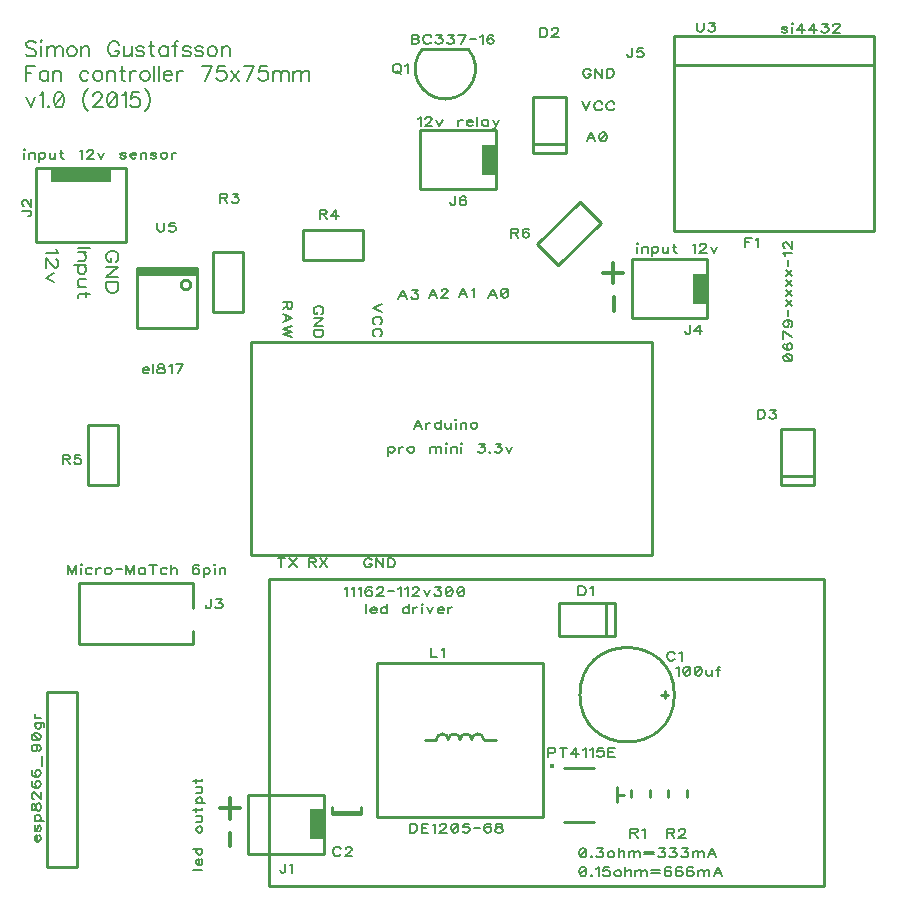
<source format=gto>
G04 DipTrace 2.4.0.2*
%INTopSilk.gto*%
%MOMM*%
%ADD10C,0.25*%
%ADD34C,0.391*%
%ADD75C,0.152*%
%ADD76C,0.196*%
%ADD77C,0.314*%
%ADD78C,0.157*%
%FSLAX53Y53*%
G04*
G71*
G90*
G75*
G01*
%LNTopSilk*%
%LPD*%
X58360Y27280D2*
D10*
G02X58360Y27280I4000J0D01*
G01*
X65560Y27580D2*
Y26980D1*
X65860Y27280D2*
X65260D1*
X39850Y17390D2*
X37350D1*
X39850Y17201D2*
X37350D1*
X39850D2*
Y17799D1*
X37350Y17201D2*
Y17799D1*
X61305Y35030D2*
Y32230D1*
X61254D2*
X56551D1*
X60547Y35030D2*
Y32230D1*
X56551Y35030D2*
Y32230D1*
X61254Y35030D2*
X56551D1*
X57155Y73165D2*
X54355D1*
Y73216D2*
Y77919D1*
X57155Y73923D2*
X54355D1*
X57155Y77919D2*
X54355D1*
X57155Y73216D2*
Y77919D1*
X78210Y45007D2*
X75410D1*
Y45058D2*
Y49762D1*
X78210Y45765D2*
X75410D1*
X78210Y49762D2*
X75410D1*
X78210Y45058D2*
Y49762D1*
X36700Y18830D2*
Y13830D1*
X30300D1*
X36700Y18830D2*
X30300D1*
Y13830D1*
G36*
X36775Y17600D2*
X35505D1*
Y15060D1*
X36775D1*
Y17600D1*
G37*
X12326Y71904D2*
D10*
X19926D1*
Y65604D1*
X12326D1*
Y71904D1*
G36*
X13586Y71979D2*
X18665D1*
Y70708D1*
X13586D1*
Y71979D1*
G37*
X25630Y34665D2*
D10*
Y36765D1*
X15930Y31565D2*
Y36765D1*
Y31565D2*
X25630D1*
Y36765D2*
X15930D1*
X25630Y31565D2*
Y32665D1*
X69140Y64161D2*
Y59161D1*
X62740D1*
X69140Y64161D2*
X62740D1*
Y59161D1*
G36*
X69215Y62931D2*
X67945D1*
Y60391D1*
X69215D1*
Y62931D1*
G37*
X51235Y75083D2*
D10*
Y70083D1*
X44835D1*
X51235Y75083D2*
X44835D1*
Y70083D1*
G36*
X51310Y73853D2*
X50040D1*
Y71313D1*
X51310D1*
Y73853D1*
G37*
X55215Y16970D2*
D10*
X41215D1*
Y29970D1*
X55215D1*
Y16970D1*
X50214Y23470D2*
G03X49215Y23470I-500J1D01*
G01*
G03X48215Y23470I-500J1D01*
G01*
G03X47215Y23470I-500J1D01*
G01*
G03X46216Y23470I-500J1D01*
G01*
X45215D1*
X50214D2*
X51215D1*
X48886Y81970D2*
G02X45044Y81970I-1921J-1691D01*
G01*
X48886D1*
X62676Y19194D2*
Y18596D1*
X64274Y19194D2*
Y18596D1*
X65851Y19194D2*
Y18596D1*
X67449Y19194D2*
Y18596D1*
X27280Y59670D2*
Y64740D1*
X29820D2*
X27280D1*
X29820Y59670D2*
Y64740D1*
Y59670D2*
X27280D1*
X34905Y66650D2*
X39975D1*
Y64110D2*
Y66650D1*
X34905Y64110D2*
X39975D1*
X34905D2*
Y66650D1*
X19283Y50135D2*
Y45065D1*
X16743D2*
X19283D1*
X16743Y50135D2*
Y45065D1*
Y50135D2*
X19283D1*
X60133Y67227D2*
X56547Y63641D1*
X54751Y65437D2*
X56547Y63641D1*
X58337Y69023D2*
X54751Y65437D1*
X58337Y69023D2*
X60133Y67227D1*
X57041Y21045D2*
X59539D1*
X61465Y19430D2*
Y18160D1*
Y18795D2*
X62100D1*
X59539Y16545D2*
X57041D1*
D34*
X56001Y21276D3*
X32000Y37100D2*
D10*
X79000D1*
Y11100D1*
X32000D1*
Y37100D1*
X83298Y83060D2*
Y80563D1*
Y66560D2*
X66300D1*
Y80563D2*
Y83060D1*
X83298D1*
Y80563D2*
X66300D1*
X83298D2*
Y66560D1*
X66300Y80563D2*
Y66560D1*
X64500Y39135D2*
X30500D1*
Y57135D1*
X64500D1*
Y39135D1*
X25910Y63375D2*
X20830D1*
Y58295D1*
X25910D1*
Y63375D1*
G36*
D2*
X20830D1*
Y62740D1*
X25910D1*
Y63375D1*
G37*
X24570Y62018D2*
D10*
X24571Y62046D1*
X24574Y62073D1*
X24579Y62101D1*
X24585Y62128D1*
X24594Y62154D1*
X24604Y62180D1*
X24617Y62205D1*
X24631Y62230D1*
X24646Y62253D1*
X24663Y62275D1*
X24682Y62295D1*
X24702Y62315D1*
X24724Y62333D1*
X24746Y62349D1*
X24770Y62364D1*
X24795Y62377D1*
X24820Y62388D1*
X24846Y62398D1*
X24873Y62406D1*
X24900Y62411D1*
X24928Y62415D1*
X24956Y62417D1*
X24984D1*
X25012Y62415D1*
X25039Y62411D1*
X25067Y62406D1*
X25094Y62398D1*
X25120Y62388D1*
X25145Y62377D1*
X25170Y62364D1*
X25194Y62349D1*
X25216Y62333D1*
X25238Y62315D1*
X25258Y62295D1*
X25276Y62275D1*
X25294Y62253D1*
X25309Y62230D1*
X25323Y62205D1*
X25335Y62180D1*
X25346Y62154D1*
X25354Y62128D1*
X25361Y62101D1*
X25366Y62073D1*
X25369Y62046D1*
X25370Y62018D1*
X25369Y61990D1*
X25366Y61962D1*
X25361Y61935D1*
X25354Y61908D1*
X25346Y61881D1*
X25335Y61855D1*
X25323Y61830D1*
X25309Y61806D1*
X25294Y61783D1*
X25276Y61761D1*
X25258Y61740D1*
X25238Y61721D1*
X25216Y61703D1*
X25194Y61686D1*
X25170Y61671D1*
X25145Y61658D1*
X25120Y61647D1*
X25094Y61637D1*
X25067Y61630D1*
X25039Y61624D1*
X25012Y61620D1*
X24984Y61618D1*
X24956D1*
X24928Y61620D1*
X24900Y61624D1*
X24873Y61630D1*
X24846Y61637D1*
X24820Y61647D1*
X24795Y61658D1*
X24770Y61671D1*
X24746Y61686D1*
X24724Y61703D1*
X24702Y61721D1*
X24682Y61740D1*
X24663Y61761D1*
X24646Y61783D1*
X24631Y61806D1*
X24617Y61830D1*
X24604Y61855D1*
X24594Y61881D1*
X24585Y61908D1*
X24579Y61935D1*
X24574Y61962D1*
X24571Y61990D1*
X24570Y62018D1*
X15822Y27541D2*
X13282D1*
Y12721D1*
X15822D1*
Y27541D1*
X66411Y30749D2*
D75*
X66368Y30821D1*
X66280Y30895D1*
X66193Y30931D1*
X66018D1*
X65930Y30895D1*
X65843Y30821D1*
X65799Y30749D1*
X65755Y30639D1*
Y30457D1*
X65799Y30348D1*
X65843Y30275D1*
X65930Y30202D1*
X66018Y30165D1*
X66193D1*
X66280Y30202D1*
X66368Y30275D1*
X66411Y30348D1*
X66776Y30784D2*
X66864Y30821D1*
X66995Y30930D1*
Y30165D1*
X66525Y29525D2*
X66613Y29562D1*
X66745Y29671D1*
Y28906D1*
X67372Y29671D2*
X67241Y29635D1*
X67153Y29525D1*
X67109Y29343D1*
Y29234D1*
X67153Y29052D1*
X67241Y28942D1*
X67372Y28906D1*
X67459D1*
X67591Y28942D1*
X67677Y29052D1*
X67722Y29234D1*
Y29343D1*
X67677Y29525D1*
X67591Y29635D1*
X67459Y29671D1*
X67372D1*
X67677Y29525D2*
X67153Y29052D1*
X68350Y29671D2*
X68218Y29635D1*
X68130Y29525D1*
X68087Y29343D1*
Y29234D1*
X68130Y29052D1*
X68218Y28942D1*
X68350Y28906D1*
X68436D1*
X68568Y28942D1*
X68655Y29052D1*
X68699Y29234D1*
Y29343D1*
X68655Y29525D1*
X68568Y29635D1*
X68436Y29671D1*
X68350D1*
X68655Y29525D2*
X68130Y29052D1*
X69064Y29417D2*
Y29052D1*
X69108Y28943D1*
X69195Y28906D1*
X69327D1*
X69414Y28943D1*
X69545Y29052D1*
Y29417D2*
Y28906D1*
X70260Y29672D2*
X70173D1*
X70085Y29636D1*
X70041Y29526D1*
Y28906D1*
X69910Y29417D2*
X70216D1*
X38122Y14214D2*
X38078Y14286D1*
X37990Y14359D1*
X37904Y14396D1*
X37729D1*
X37641Y14359D1*
X37554Y14286D1*
X37509Y14214D1*
X37466Y14104D1*
Y13921D1*
X37509Y13813D1*
X37554Y13739D1*
X37641Y13667D1*
X37729Y13630D1*
X37904D1*
X37990Y13667D1*
X38078Y13739D1*
X38122Y13813D1*
X38531Y14213D2*
Y14249D1*
X38575Y14322D1*
X38618Y14359D1*
X38706Y14395D1*
X38881D1*
X38968Y14359D1*
X39011Y14322D1*
X39056Y14249D1*
Y14177D1*
X39011Y14103D1*
X38924Y13995D1*
X38487Y13630D1*
X39099D1*
X58235Y36469D2*
Y35704D1*
X58541D1*
X58673Y35741D1*
X58761Y35813D1*
X58804Y35887D1*
X58848Y35995D1*
Y36178D1*
X58804Y36287D1*
X58761Y36360D1*
X58673Y36433D1*
X58541Y36469D1*
X58235D1*
X59213Y36323D2*
X59300Y36360D1*
X59432Y36469D1*
Y35704D1*
X54971Y83731D2*
Y82965D1*
X55277D1*
X55409Y83002D1*
X55497Y83075D1*
X55540Y83148D1*
X55583Y83257D1*
Y83440D1*
X55540Y83549D1*
X55497Y83622D1*
X55409Y83695D1*
X55277Y83731D1*
X54971D1*
X55993Y83548D2*
Y83584D1*
X56036Y83658D1*
X56080Y83694D1*
X56168Y83730D1*
X56342D1*
X56429Y83694D1*
X56473Y83658D1*
X56517Y83584D1*
Y83512D1*
X56473Y83439D1*
X56386Y83330D1*
X55948Y82965D1*
X56561D1*
X73398Y51406D2*
Y50640D1*
X73705D1*
X73836Y50677D1*
X73924Y50750D1*
X73967Y50823D1*
X74011Y50932D1*
Y51114D1*
X73967Y51224D1*
X73924Y51296D1*
X73836Y51370D1*
X73705Y51406D1*
X73398D1*
X74464Y51405D2*
X74944D1*
X74682Y51114D1*
X74813D1*
X74900Y51077D1*
X74944Y51041D1*
X74988Y50932D1*
Y50859D1*
X74944Y50750D1*
X74857Y50676D1*
X74725Y50640D1*
X74594D1*
X74464Y50676D1*
X74420Y50714D1*
X74376Y50786D1*
X72892Y65961D2*
X72323D1*
Y65195D1*
Y65596D2*
X72673D1*
X73257Y65814D2*
X73345Y65851D1*
X73477Y65960D1*
Y65195D1*
X75578Y55781D2*
X75614Y55650D1*
X75723Y55562D1*
X75905Y55518D1*
X76015D1*
X76197Y55562D1*
X76306Y55650D1*
X76343Y55781D1*
Y55868D1*
X76306Y55999D1*
X76197Y56086D1*
X76015Y56131D1*
X75905D1*
X75723Y56086D1*
X75614Y55999D1*
X75578Y55868D1*
Y55781D1*
X75723Y56086D2*
X76197Y55562D1*
X75686Y57020D2*
X75614Y56977D1*
X75578Y56845D1*
Y56758D1*
X75614Y56627D1*
X75723Y56539D1*
X75905Y56496D1*
X76087D1*
X76233Y56539D1*
X76306Y56627D1*
X76343Y56758D1*
Y56802D1*
X76306Y56932D1*
X76233Y57020D1*
X76124Y57064D1*
X76087D1*
X75978Y57020D1*
X75905Y56932D1*
X75869Y56802D1*
Y56758D1*
X75905Y56627D1*
X75978Y56539D1*
X76087Y56496D1*
X76343Y57603D2*
X75578Y58041D1*
Y57428D1*
X75832Y58975D2*
X75942Y58930D1*
X76015Y58843D1*
X76051Y58712D1*
Y58669D1*
X76015Y58537D1*
X75942Y58450D1*
X75832Y58406D1*
X75796D1*
X75686Y58450D1*
X75614Y58537D1*
X75578Y58669D1*
Y58712D1*
X75614Y58843D1*
X75686Y58930D1*
X75832Y58975D1*
X76015D1*
X76197Y58930D1*
X76306Y58843D1*
X76343Y58712D1*
Y58625D1*
X76306Y58494D1*
X76233Y58450D1*
X75960Y59340D2*
Y59845D1*
X75832Y60210D2*
X76343Y60691D1*
X75832D2*
X76343Y60210D1*
X75832Y61056D2*
X76343Y61537D1*
X75832D2*
X76343Y61056D1*
X75832Y61902D2*
X76343Y62383D1*
X75832D2*
X76343Y61902D1*
X75832Y62748D2*
X76343Y63229D1*
X75832D2*
X76343Y62748D1*
X75960Y63594D2*
Y64099D1*
X75723Y64464D2*
X75686Y64552D1*
X75578Y64683D1*
X76343D1*
X75760Y65092D2*
X75723D1*
X75650Y65136D1*
X75614Y65179D1*
X75578Y65267D1*
Y65442D1*
X75614Y65529D1*
X75650Y65572D1*
X75723Y65617D1*
X75796D1*
X75869Y65572D1*
X75978Y65486D1*
X76343Y65048D1*
Y65660D1*
X33429Y12986D2*
Y12403D1*
X33386Y12294D1*
X33341Y12258D1*
X33254Y12221D1*
X33166D1*
X33080Y12258D1*
X33036Y12294D1*
X32992Y12403D1*
Y12476D1*
X33794Y12840D2*
X33882Y12877D1*
X34013Y12986D1*
Y12221D1*
X25637Y12482D2*
X26402D1*
X26111Y12847D2*
Y13372D1*
X26038D1*
X25964Y13328D1*
X25928Y13285D1*
X25892Y13197D1*
Y13066D1*
X25928Y12979D1*
X26002Y12891D1*
X26111Y12847D1*
X26183D1*
X26293Y12891D1*
X26365Y12979D1*
X26402Y13066D1*
Y13197D1*
X26365Y13285D1*
X26293Y13372D1*
X25637Y14261D2*
X26402D1*
X26002D2*
X25928Y14174D1*
X25892Y14086D1*
Y13955D1*
X25928Y13868D1*
X26002Y13780D1*
X26111Y13737D1*
X26183D1*
X26293Y13780D1*
X26365Y13868D1*
X26402Y13955D1*
Y14086D1*
X26365Y14174D1*
X26293Y14261D1*
X25892Y15816D2*
X25928Y15729D1*
X26002Y15641D1*
X26111Y15597D1*
X26183D1*
X26293Y15641D1*
X26365Y15729D1*
X26402Y15816D1*
Y15947D1*
X26365Y16035D1*
X26293Y16122D1*
X26183Y16166D1*
X26111D1*
X26002Y16122D1*
X25928Y16035D1*
X25892Y15947D1*
Y15816D1*
Y16531D2*
X26257D1*
X26365Y16575D1*
X26402Y16662D1*
Y16794D1*
X26365Y16881D1*
X26257Y17012D1*
X25892D2*
X26402D1*
X25637Y17508D2*
X26257D1*
X26365Y17552D1*
X26402Y17640D1*
Y17727D1*
X25892Y17377D2*
Y17683D1*
Y18092D2*
X26658D1*
X26002D2*
X25929Y18179D1*
X25892Y18266D1*
Y18398D1*
X25929Y18486D1*
X26002Y18573D1*
X26111Y18617D1*
X26184D1*
X26293Y18573D1*
X26366Y18486D1*
X26402Y18398D1*
Y18266D1*
X26366Y18179D1*
X26293Y18092D1*
X25892Y18982D2*
X26257D1*
X26365Y19025D1*
X26402Y19113D1*
Y19245D1*
X26365Y19332D1*
X26257Y19463D1*
X25892D2*
X26402D1*
X25637Y19959D2*
X26257D1*
X26365Y20003D1*
X26402Y20091D1*
Y20178D1*
X25892Y19828D2*
Y20134D1*
X11147Y68243D2*
X11730D1*
X11840Y68200D1*
X11876Y68155D1*
X11913Y68068D1*
Y67980D1*
X11876Y67893D1*
X11840Y67850D1*
X11730Y67805D1*
X11658D1*
X11330Y68652D2*
X11294D1*
X11221Y68696D1*
X11184Y68739D1*
X11148Y68827D1*
Y69002D1*
X11184Y69089D1*
X11221Y69132D1*
X11294Y69177D1*
X11366D1*
X11440Y69132D1*
X11548Y69045D1*
X11913Y68608D1*
Y69220D1*
X11287Y73430D2*
X11330Y73393D1*
X11374Y73430D1*
X11330Y73467D1*
X11287Y73430D1*
X11330Y73174D2*
Y72664D1*
X11739Y73174D2*
Y72664D1*
Y73029D2*
X11871Y73138D1*
X11959Y73174D1*
X12089D1*
X12177Y73138D1*
X12220Y73029D1*
Y72664D1*
X12585Y73174D2*
Y72409D1*
Y73065D2*
X12673Y73137D1*
X12760Y73174D1*
X12891D1*
X12979Y73137D1*
X13066Y73065D1*
X13111Y72955D1*
Y72882D1*
X13066Y72774D1*
X12979Y72700D1*
X12891Y72664D1*
X12760D1*
X12673Y72700D1*
X12585Y72774D1*
X13476Y73174D2*
Y72810D1*
X13519Y72701D1*
X13607Y72664D1*
X13738D1*
X13825Y72701D1*
X13957Y72810D1*
Y73174D2*
Y72664D1*
X14453Y73430D2*
Y72810D1*
X14496Y72701D1*
X14584Y72664D1*
X14671D1*
X14322Y73174D2*
X14628D1*
X16007Y73283D2*
X16095Y73320D1*
X16227Y73429D1*
Y72664D1*
X16636Y73247D2*
Y73283D1*
X16679Y73356D1*
X16723Y73393D1*
X16811Y73429D1*
X16986D1*
X17073Y73393D1*
X17116Y73356D1*
X17161Y73283D1*
Y73211D1*
X17116Y73137D1*
X17029Y73029D1*
X16591Y72664D1*
X17204D1*
X17569Y73174D2*
X17832Y72664D1*
X18093Y73174D1*
X19911Y73065D2*
X19867Y73138D1*
X19736Y73174D1*
X19604D1*
X19473Y73138D1*
X19429Y73065D1*
X19473Y72993D1*
X19561Y72955D1*
X19779Y72919D1*
X19867Y72883D1*
X19911Y72810D1*
Y72774D1*
X19867Y72701D1*
X19736Y72664D1*
X19604D1*
X19473Y72701D1*
X19429Y72774D1*
X20275Y72955D2*
X20800D1*
Y73029D1*
X20756Y73102D1*
X20713Y73138D1*
X20625Y73174D1*
X20494D1*
X20407Y73138D1*
X20319Y73065D1*
X20275Y72955D1*
Y72883D1*
X20319Y72774D1*
X20407Y72701D1*
X20494Y72664D1*
X20625D1*
X20713Y72701D1*
X20800Y72774D1*
X21165Y73174D2*
Y72664D1*
Y73029D2*
X21296Y73138D1*
X21384Y73174D1*
X21514D1*
X21602Y73138D1*
X21646Y73029D1*
Y72664D1*
X22492Y73065D2*
X22448Y73138D1*
X22317Y73174D1*
X22186D1*
X22054Y73138D1*
X22011Y73065D1*
X22054Y72993D1*
X22142Y72955D1*
X22360Y72919D1*
X22448Y72883D1*
X22492Y72810D1*
Y72774D1*
X22448Y72701D1*
X22317Y72664D1*
X22186D1*
X22054Y72701D1*
X22011Y72774D1*
X23075Y73174D2*
X22988Y73138D1*
X22900Y73065D1*
X22857Y72955D1*
Y72883D1*
X22900Y72774D1*
X22988Y72701D1*
X23075Y72664D1*
X23206D1*
X23294Y72701D1*
X23381Y72774D1*
X23426Y72883D1*
Y72955D1*
X23381Y73065D1*
X23294Y73138D1*
X23206Y73174D1*
X23075D1*
X23790D2*
Y72664D1*
Y72955D2*
X23835Y73065D1*
X23922Y73138D1*
X24010Y73174D1*
X24141D1*
X27125Y35358D2*
Y34775D1*
X27081Y34666D1*
X27037Y34630D1*
X26950Y34592D1*
X26862D1*
X26775Y34630D1*
X26732Y34666D1*
X26687Y34775D1*
Y34848D1*
X27578Y35357D2*
X28058D1*
X27796Y35066D1*
X27927D1*
X28014Y35030D1*
X28058Y34993D1*
X28102Y34884D1*
Y34811D1*
X28058Y34702D1*
X27971Y34629D1*
X27839Y34592D1*
X27708D1*
X27578Y34629D1*
X27534Y34666D1*
X27490Y34738D1*
X15718Y37509D2*
Y38274D1*
X15368Y37509D1*
X15018Y38274D1*
Y37509D1*
X16083Y38274D2*
X16126Y38238D1*
X16171Y38274D1*
X16126Y38311D1*
X16083Y38274D1*
X16126Y38019D2*
Y37509D1*
X17061Y37910D2*
X16973Y37983D1*
X16885Y38019D1*
X16755D1*
X16667Y37983D1*
X16580Y37910D1*
X16535Y37800D1*
Y37728D1*
X16580Y37618D1*
X16667Y37546D1*
X16755Y37509D1*
X16885D1*
X16973Y37546D1*
X17061Y37618D1*
X17426Y38019D2*
Y37509D1*
Y37800D2*
X17470Y37910D1*
X17557Y37983D1*
X17645Y38019D1*
X17777D1*
X18360D2*
X18273Y37983D1*
X18185Y37910D1*
X18141Y37800D1*
Y37728D1*
X18185Y37618D1*
X18273Y37546D1*
X18360Y37509D1*
X18491D1*
X18579Y37546D1*
X18666Y37618D1*
X18710Y37728D1*
Y37800D1*
X18666Y37910D1*
X18579Y37983D1*
X18491Y38019D1*
X18360D1*
X19075Y37891D2*
X19581D1*
X20645Y37509D2*
Y38274D1*
X20295Y37509D1*
X19945Y38274D1*
Y37509D1*
X21534Y38019D2*
Y37509D1*
Y37910D2*
X21447Y37983D1*
X21359Y38019D1*
X21229D1*
X21141Y37983D1*
X21054Y37910D1*
X21010Y37800D1*
Y37728D1*
X21054Y37618D1*
X21141Y37546D1*
X21229Y37509D1*
X21359D1*
X21447Y37546D1*
X21534Y37618D1*
X22205Y38274D2*
Y37509D1*
X21899Y38274D2*
X22512D1*
X23402Y37910D2*
X23314Y37983D1*
X23226Y38019D1*
X23096D1*
X23008Y37983D1*
X22921Y37910D1*
X22876Y37800D1*
Y37728D1*
X22921Y37618D1*
X23008Y37546D1*
X23096Y37509D1*
X23226D1*
X23314Y37546D1*
X23402Y37618D1*
X23767Y38274D2*
Y37509D1*
Y37873D2*
X23898Y37983D1*
X23986Y38019D1*
X24118D1*
X24204Y37983D1*
X24248Y37873D1*
Y37509D1*
X26109Y38165D2*
X26065Y38237D1*
X25934Y38274D1*
X25847D1*
X25715Y38237D1*
X25627Y38128D1*
X25584Y37946D1*
Y37764D1*
X25627Y37618D1*
X25715Y37545D1*
X25847Y37509D1*
X25890D1*
X26021Y37545D1*
X26109Y37618D1*
X26152Y37728D1*
Y37764D1*
X26109Y37873D1*
X26021Y37946D1*
X25890Y37982D1*
X25847D1*
X25715Y37946D1*
X25627Y37873D1*
X25584Y37764D1*
X26517Y38019D2*
Y37253D1*
Y37910D2*
X26605Y37982D1*
X26692Y38019D1*
X26823D1*
X26911Y37982D1*
X26998Y37910D1*
X27042Y37800D1*
Y37727D1*
X26998Y37618D1*
X26911Y37545D1*
X26823Y37509D1*
X26692D1*
X26605Y37545D1*
X26517Y37618D1*
X27407Y38274D2*
X27451Y38238D1*
X27495Y38274D1*
X27451Y38311D1*
X27407Y38274D1*
X27451Y38019D2*
Y37509D1*
X27860Y38019D2*
Y37509D1*
Y37873D2*
X27991Y37983D1*
X28079Y38019D1*
X28210D1*
X28298Y37983D1*
X28341Y37873D1*
Y37509D1*
X67697Y58581D2*
Y57998D1*
X67654Y57888D1*
X67609Y57852D1*
X67522Y57815D1*
X67434D1*
X67347Y57852D1*
X67304Y57888D1*
X67259Y57998D1*
Y58070D1*
X68499Y57815D2*
Y58580D1*
X68062Y58070D1*
X68718D1*
X63177Y65484D2*
X63221Y65448D1*
X63265Y65484D1*
X63221Y65521D1*
X63177Y65484D1*
X63221Y65229D2*
Y64719D1*
X63630Y65229D2*
Y64719D1*
Y65083D2*
X63761Y65193D1*
X63849Y65229D1*
X63980D1*
X64067Y65193D1*
X64111Y65083D1*
Y64719D1*
X64476Y65229D2*
Y64463D1*
Y65120D2*
X64564Y65192D1*
X64651Y65229D1*
X64782D1*
X64870Y65192D1*
X64957Y65120D1*
X65001Y65010D1*
Y64937D1*
X64957Y64828D1*
X64870Y64755D1*
X64782Y64719D1*
X64651D1*
X64564Y64755D1*
X64476Y64828D1*
X65366Y65229D2*
Y64864D1*
X65410Y64756D1*
X65498Y64719D1*
X65629D1*
X65716Y64756D1*
X65847Y64864D1*
Y65229D2*
Y64719D1*
X66343Y65484D2*
Y64864D1*
X66387Y64756D1*
X66475Y64719D1*
X66562D1*
X66212Y65229D2*
X66518D1*
X67898Y65338D2*
X67986Y65375D1*
X68117Y65484D1*
Y64719D1*
X68526Y65302D2*
Y65338D1*
X68570Y65411D1*
X68613Y65447D1*
X68701Y65484D1*
X68876D1*
X68963Y65447D1*
X69007Y65411D1*
X69051Y65338D1*
Y65265D1*
X69007Y65192D1*
X68920Y65083D1*
X68482Y64719D1*
X69095D1*
X69459Y65229D2*
X69722Y64719D1*
X69984Y65229D1*
X62788Y82018D2*
Y81435D1*
X62744Y81326D1*
X62700Y81290D1*
X62613Y81252D1*
X62525D1*
X62438Y81290D1*
X62394Y81326D1*
X62350Y81435D1*
Y81508D1*
X63677Y82017D2*
X63240D1*
X63197Y81690D1*
X63240Y81726D1*
X63372Y81763D1*
X63502D1*
X63634Y81726D1*
X63722Y81653D1*
X63765Y81544D1*
Y81471D1*
X63722Y81362D1*
X63634Y81289D1*
X63502Y81252D1*
X63372D1*
X63240Y81289D1*
X63197Y81326D1*
X63152Y81398D1*
X47825Y69490D2*
Y68907D1*
X47781Y68797D1*
X47737Y68761D1*
X47650Y68724D1*
X47562D1*
X47475Y68761D1*
X47432Y68797D1*
X47387Y68907D1*
Y68979D1*
X48714Y69380D2*
X48671Y69453D1*
X48539Y69489D1*
X48453D1*
X48321Y69453D1*
X48233Y69343D1*
X48190Y69161D1*
Y68979D1*
X48233Y68834D1*
X48321Y68760D1*
X48453Y68724D1*
X48496D1*
X48626Y68760D1*
X48714Y68834D1*
X48758Y68943D1*
Y68979D1*
X48714Y69089D1*
X48626Y69161D1*
X48496Y69198D1*
X48453D1*
X48321Y69161D1*
X48233Y69089D1*
X48190Y68979D1*
X44647Y76070D2*
X44735Y76107D1*
X44867Y76215D1*
Y75450D1*
X45276Y76033D2*
Y76070D1*
X45319Y76143D1*
X45363Y76179D1*
X45451Y76215D1*
X45626D1*
X45713Y76179D1*
X45756Y76143D1*
X45801Y76070D1*
Y75997D1*
X45756Y75924D1*
X45669Y75815D1*
X45231Y75450D1*
X45844D1*
X46209Y75961D2*
X46472Y75450D1*
X46733Y75961D1*
X48069D2*
Y75450D1*
Y75742D2*
X48114Y75851D1*
X48201Y75925D1*
X48289Y75961D1*
X48420D1*
X48785Y75742D2*
X49310D1*
Y75815D1*
X49266Y75888D1*
X49223Y75925D1*
X49135Y75961D1*
X49003D1*
X48916Y75925D1*
X48828Y75851D1*
X48785Y75742D1*
Y75669D1*
X48828Y75560D1*
X48916Y75487D1*
X49003Y75450D1*
X49135D1*
X49223Y75487D1*
X49310Y75560D1*
X49674Y76216D2*
Y75450D1*
X50564Y75961D2*
Y75450D1*
Y75851D2*
X50477Y75925D1*
X50389Y75961D1*
X50259D1*
X50171Y75925D1*
X50084Y75851D1*
X50039Y75742D1*
Y75669D1*
X50084Y75560D1*
X50171Y75487D1*
X50259Y75450D1*
X50389D1*
X50477Y75487D1*
X50564Y75560D1*
X50973Y75961D2*
X51235Y75450D1*
X51148Y75305D1*
X51060Y75231D1*
X50973Y75195D1*
X50929D1*
X51498Y75961D2*
X51235Y75450D1*
X45755Y31257D2*
Y30492D1*
X46279D1*
X46644Y31111D2*
X46732Y31148D1*
X46863Y31256D1*
Y30492D1*
X43977Y16377D2*
Y15611D1*
X44283D1*
X44415Y15648D1*
X44503Y15721D1*
X44546Y15794D1*
X44590Y15903D1*
Y16085D1*
X44546Y16195D1*
X44503Y16267D1*
X44415Y16341D1*
X44283Y16377D1*
X43977D1*
X45522D2*
X44954D1*
Y15611D1*
X45522D1*
X44954Y16012D2*
X45304D1*
X45887Y16230D2*
X45975Y16267D1*
X46107Y16376D1*
Y15611D1*
X46516Y16194D2*
Y16230D1*
X46559Y16304D1*
X46603Y16340D1*
X46691Y16376D1*
X46866D1*
X46953Y16340D1*
X46996Y16304D1*
X47040Y16230D1*
Y16158D1*
X46996Y16085D1*
X46909Y15976D1*
X46471Y15611D1*
X47084D1*
X47712Y16376D2*
X47580Y16340D1*
X47492Y16230D1*
X47449Y16048D1*
Y15939D1*
X47492Y15757D1*
X47580Y15647D1*
X47712Y15611D1*
X47798D1*
X47930Y15647D1*
X48017Y15757D1*
X48061Y15939D1*
Y16048D1*
X48017Y16230D1*
X47930Y16340D1*
X47798Y16376D1*
X47712D1*
X48017Y16230D2*
X47492Y15757D1*
X48951Y16376D2*
X48514D1*
X48471Y16048D1*
X48514Y16085D1*
X48645Y16122D1*
X48776D1*
X48907Y16085D1*
X48995Y16012D1*
X49039Y15903D1*
Y15830D1*
X48995Y15721D1*
X48907Y15647D1*
X48776Y15611D1*
X48645D1*
X48514Y15647D1*
X48471Y15684D1*
X48426Y15757D1*
X49403Y15994D2*
X49909D1*
X50798Y16267D2*
X50755Y16340D1*
X50623Y16376D1*
X50536D1*
X50405Y16340D1*
X50317Y16230D1*
X50274Y16048D1*
Y15866D1*
X50317Y15721D1*
X50405Y15647D1*
X50536Y15611D1*
X50580D1*
X50710Y15647D1*
X50798Y15721D1*
X50842Y15830D1*
Y15866D1*
X50798Y15976D1*
X50710Y16048D1*
X50580Y16085D1*
X50536D1*
X50405Y16048D1*
X50317Y15976D1*
X50274Y15866D1*
X51425Y16376D2*
X51294Y16340D1*
X51250Y16267D1*
Y16194D1*
X51294Y16122D1*
X51381Y16085D1*
X51556Y16048D1*
X51688Y16012D1*
X51774Y15939D1*
X51818Y15866D1*
Y15757D1*
X51774Y15684D1*
X51731Y15647D1*
X51600Y15611D1*
X51425D1*
X51294Y15647D1*
X51250Y15684D1*
X51206Y15757D1*
Y15866D1*
X51250Y15939D1*
X51338Y16012D1*
X51468Y16048D1*
X51643Y16085D1*
X51731Y16122D1*
X51774Y16194D1*
Y16267D1*
X51731Y16340D1*
X51600Y16376D1*
X51425D1*
X42778Y80699D2*
X42691Y80664D1*
X42603Y80590D1*
X42560Y80517D1*
X42515Y80408D1*
Y80226D1*
X42560Y80116D1*
X42603Y80044D1*
X42691Y79970D1*
X42778Y79934D1*
X42953D1*
X43041Y79970D1*
X43128Y80044D1*
X43171Y80116D1*
X43216Y80226D1*
Y80408D1*
X43171Y80517D1*
X43128Y80590D1*
X43041Y80664D1*
X42953Y80699D1*
X42778D1*
X42910Y80080D2*
X43171Y79861D1*
X43581Y80553D2*
X43669Y80590D1*
X43800Y80698D1*
Y79933D1*
X44124Y83159D2*
Y82394D1*
X44518D1*
X44649Y82431D1*
X44693Y82467D1*
X44736Y82539D1*
Y82649D1*
X44693Y82722D1*
X44649Y82758D1*
X44518Y82795D1*
X44649Y82832D1*
X44693Y82868D1*
X44736Y82940D1*
Y83014D1*
X44693Y83086D1*
X44649Y83123D1*
X44518Y83159D1*
X44124D1*
Y82795D2*
X44518D1*
X45757Y82977D2*
X45714Y83050D1*
X45626Y83123D1*
X45539Y83159D1*
X45364D1*
X45276Y83123D1*
X45189Y83050D1*
X45145Y82977D1*
X45101Y82868D1*
Y82685D1*
X45145Y82576D1*
X45189Y82503D1*
X45276Y82431D1*
X45364Y82394D1*
X45539D1*
X45626Y82431D1*
X45714Y82503D1*
X45757Y82576D1*
X46210Y83159D2*
X46690D1*
X46428Y82867D1*
X46560D1*
X46646Y82831D1*
X46690Y82795D1*
X46734Y82685D1*
Y82613D1*
X46690Y82503D1*
X46603Y82430D1*
X46472Y82394D1*
X46340D1*
X46210Y82430D1*
X46166Y82467D1*
X46122Y82539D1*
X47187Y83159D2*
X47667D1*
X47405Y82867D1*
X47537D1*
X47624Y82831D1*
X47667Y82795D1*
X47712Y82685D1*
Y82613D1*
X47667Y82503D1*
X47580Y82430D1*
X47449Y82394D1*
X47318D1*
X47187Y82430D1*
X47144Y82467D1*
X47099Y82539D1*
X48251Y82394D2*
X48689Y83159D1*
X48077D1*
X49054Y82776D2*
X49559D1*
X49924Y83013D2*
X50012Y83050D1*
X50143Y83159D1*
Y82394D1*
X51033Y83050D2*
X50989Y83122D1*
X50858Y83159D1*
X50771D1*
X50640Y83122D1*
X50552Y83013D1*
X50508Y82831D1*
Y82649D1*
X50552Y82503D1*
X50640Y82430D1*
X50771Y82394D1*
X50814D1*
X50945Y82430D1*
X51033Y82503D1*
X51076Y82613D1*
Y82649D1*
X51033Y82758D1*
X50945Y82831D1*
X50814Y82867D1*
X50771D1*
X50640Y82831D1*
X50552Y82758D1*
X50508Y82649D1*
X62634Y15583D2*
X63027D1*
X63158Y15620D1*
X63203Y15656D1*
X63246Y15728D1*
Y15802D1*
X63203Y15874D1*
X63158Y15911D1*
X63027Y15947D1*
X62634D1*
Y15182D1*
X62940Y15583D2*
X63246Y15182D1*
X63611Y15801D2*
X63699Y15838D1*
X63830Y15946D1*
Y15182D1*
X65726Y15566D2*
X66119D1*
X66251Y15603D1*
X66295Y15639D1*
X66339Y15712D1*
Y15785D1*
X66295Y15857D1*
X66251Y15894D1*
X66119Y15931D1*
X65726D1*
Y15165D1*
X66032Y15566D2*
X66339Y15165D1*
X66748Y15748D2*
Y15784D1*
X66791Y15857D1*
X66835Y15894D1*
X66923Y15930D1*
X67098D1*
X67185Y15894D1*
X67228Y15857D1*
X67273Y15784D1*
Y15712D1*
X67228Y15638D1*
X67141Y15530D1*
X66703Y15165D1*
X67316D1*
X27887Y69320D2*
X28280D1*
X28411Y69357D1*
X28456Y69393D1*
X28499Y69465D1*
Y69539D1*
X28456Y69611D1*
X28411Y69648D1*
X28280Y69684D1*
X27887D1*
Y68919D1*
X28193Y69320D2*
X28499Y68919D1*
X28952Y69684D2*
X29432D1*
X29170Y69392D1*
X29302D1*
X29389Y69356D1*
X29432Y69320D1*
X29477Y69210D1*
Y69138D1*
X29432Y69028D1*
X29345Y68955D1*
X29214Y68919D1*
X29083D1*
X28952Y68955D1*
X28909Y68992D1*
X28864Y69065D1*
X36327Y67972D2*
X36720D1*
X36851Y68009D1*
X36896Y68045D1*
X36939Y68117D1*
Y68191D1*
X36896Y68263D1*
X36851Y68300D1*
X36720Y68336D1*
X36327D1*
Y67571D1*
X36633Y67972D2*
X36939Y67571D1*
X37742D2*
Y68335D1*
X37304Y67826D1*
X37960D1*
X14570Y47210D2*
X14964D1*
X15095Y47247D1*
X15139Y47283D1*
X15183Y47356D1*
Y47429D1*
X15139Y47502D1*
X15095Y47539D1*
X14964Y47575D1*
X14570D1*
Y46809D1*
X14877Y47210D2*
X15183Y46809D1*
X16072Y47574D2*
X15636D1*
X15592Y47246D1*
X15636Y47283D1*
X15767Y47320D1*
X15897D1*
X16029Y47283D1*
X16117Y47210D1*
X16160Y47101D1*
Y47028D1*
X16117Y46919D1*
X16029Y46845D1*
X15897Y46809D1*
X15767D1*
X15636Y46845D1*
X15592Y46882D1*
X15548Y46955D1*
X52542Y66375D2*
X52935D1*
X53066Y66412D1*
X53111Y66448D1*
X53154Y66520D1*
Y66594D1*
X53111Y66666D1*
X53066Y66703D1*
X52935Y66739D1*
X52542D1*
Y65974D1*
X52848Y66375D2*
X53154Y65974D1*
X54044Y66630D2*
X54000Y66702D1*
X53869Y66738D1*
X53782D1*
X53651Y66702D1*
X53563Y66593D1*
X53519Y66411D1*
Y66229D1*
X53563Y66083D1*
X53651Y66010D1*
X53782Y65974D1*
X53826D1*
X53956Y66010D1*
X54044Y66083D1*
X54087Y66193D1*
Y66229D1*
X54044Y66338D1*
X53956Y66411D1*
X53826Y66447D1*
X53782D1*
X53651Y66411D1*
X53563Y66338D1*
X53519Y66229D1*
X55656Y22385D2*
X56050D1*
X56181Y22421D1*
X56225Y22458D1*
X56269Y22531D1*
Y22640D1*
X56225Y22713D1*
X56181Y22750D1*
X56050Y22786D1*
X55656D1*
Y22020D1*
X56940Y22786D2*
Y22020D1*
X56633Y22786D2*
X57246D1*
X58048Y22020D2*
Y22785D1*
X57611Y22276D1*
X58267D1*
X58631Y22639D2*
X58719Y22677D1*
X58851Y22785D1*
Y22020D1*
X59216Y22639D2*
X59304Y22677D1*
X59435Y22785D1*
Y22020D1*
X60324Y22785D2*
X59888D1*
X59844Y22458D1*
X59888Y22494D1*
X60019Y22531D1*
X60149D1*
X60281Y22494D1*
X60369Y22421D1*
X60412Y22312D1*
Y22239D1*
X60369Y22130D1*
X60281Y22057D1*
X60149Y22020D1*
X60019D1*
X59888Y22057D1*
X59844Y22094D1*
X59800Y22166D1*
X61345Y22786D2*
X60777D1*
Y22020D1*
X61345D1*
X60777Y22421D2*
X61127D1*
X38452Y36264D2*
X38540Y36301D1*
X38672Y36409D1*
Y35644D1*
X39037Y36264D2*
X39125Y36301D1*
X39256Y36409D1*
Y35644D1*
X39621Y36264D2*
X39709Y36301D1*
X39840Y36409D1*
Y35644D1*
X40729Y36301D2*
X40686Y36373D1*
X40555Y36409D1*
X40468D1*
X40336Y36373D1*
X40248Y36264D1*
X40205Y36082D1*
Y35900D1*
X40248Y35754D1*
X40336Y35681D1*
X40468Y35644D1*
X40511D1*
X40641Y35681D1*
X40729Y35754D1*
X40773Y35863D1*
Y35900D1*
X40729Y36009D1*
X40641Y36082D1*
X40511Y36118D1*
X40468D1*
X40336Y36082D1*
X40248Y36009D1*
X40205Y35900D1*
X41182Y36227D2*
Y36264D1*
X41226Y36337D1*
X41269Y36373D1*
X41357Y36409D1*
X41532D1*
X41619Y36373D1*
X41662Y36337D1*
X41707Y36264D1*
Y36191D1*
X41662Y36118D1*
X41575Y36009D1*
X41138Y35644D1*
X41750D1*
X42115Y36027D2*
X42620D1*
X42985Y36264D2*
X43073Y36301D1*
X43205Y36409D1*
Y35644D1*
X43569Y36264D2*
X43657Y36301D1*
X43789Y36409D1*
Y35644D1*
X44198Y36227D2*
Y36264D1*
X44241Y36337D1*
X44285Y36373D1*
X44373Y36409D1*
X44548D1*
X44635Y36373D1*
X44678Y36337D1*
X44723Y36264D1*
Y36191D1*
X44678Y36118D1*
X44591Y36009D1*
X44153Y35644D1*
X44766D1*
X45131Y36155D2*
X45394Y35644D1*
X45655Y36155D1*
X46108Y36409D2*
X46588D1*
X46326Y36118D1*
X46458D1*
X46545Y36082D1*
X46588Y36045D1*
X46633Y35936D1*
Y35863D1*
X46588Y35754D1*
X46501Y35681D1*
X46370Y35644D1*
X46239D1*
X46108Y35681D1*
X46065Y35718D1*
X46020Y35790D1*
X47260Y36409D2*
X47129Y36373D1*
X47041Y36264D1*
X46998Y36082D1*
Y35972D1*
X47041Y35790D1*
X47129Y35681D1*
X47260Y35644D1*
X47347D1*
X47479Y35681D1*
X47566Y35790D1*
X47610Y35972D1*
Y36082D1*
X47566Y36264D1*
X47479Y36373D1*
X47347Y36409D1*
X47260D1*
X47566Y36264D2*
X47041Y35790D1*
X48238Y36409D2*
X48106Y36373D1*
X48018Y36264D1*
X47975Y36082D1*
Y35972D1*
X48018Y35790D1*
X48106Y35681D1*
X48238Y35644D1*
X48325D1*
X48456Y35681D1*
X48543Y35790D1*
X48587Y35972D1*
Y36082D1*
X48543Y36264D1*
X48456Y36373D1*
X48325Y36409D1*
X48238D1*
X48543Y36264D2*
X48018Y35790D1*
X40251Y34954D2*
Y34189D1*
X40616Y34480D2*
X41140D1*
Y34553D1*
X41097Y34627D1*
X41053Y34663D1*
X40965Y34699D1*
X40834D1*
X40747Y34663D1*
X40659Y34590D1*
X40616Y34480D1*
Y34408D1*
X40659Y34298D1*
X40747Y34226D1*
X40834Y34189D1*
X40965D1*
X41053Y34226D1*
X41140Y34298D1*
X42030Y34954D2*
Y34189D1*
Y34590D2*
X41943Y34663D1*
X41855Y34699D1*
X41723D1*
X41636Y34663D1*
X41549Y34590D1*
X41505Y34480D1*
Y34408D1*
X41549Y34298D1*
X41636Y34226D1*
X41723Y34189D1*
X41855D1*
X41943Y34226D1*
X42030Y34298D1*
X43890Y34954D2*
Y34189D1*
Y34590D2*
X43803Y34663D1*
X43715Y34699D1*
X43584D1*
X43497Y34663D1*
X43409Y34590D1*
X43366Y34480D1*
Y34408D1*
X43409Y34298D1*
X43497Y34226D1*
X43584Y34189D1*
X43715D1*
X43803Y34226D1*
X43890Y34298D1*
X44255Y34699D2*
Y34189D1*
Y34480D2*
X44300Y34590D1*
X44386Y34663D1*
X44474Y34699D1*
X44606D1*
X44971Y34954D2*
X45014Y34918D1*
X45059Y34954D1*
X45014Y34991D1*
X44971Y34954D1*
X45014Y34699D2*
Y34189D1*
X45423Y34699D2*
X45686Y34189D1*
X45948Y34699D1*
X46313Y34480D2*
X46837D1*
Y34553D1*
X46794Y34627D1*
X46750Y34663D1*
X46662Y34699D1*
X46531D1*
X46444Y34663D1*
X46356Y34590D1*
X46313Y34480D1*
Y34408D1*
X46356Y34298D1*
X46444Y34226D1*
X46531Y34189D1*
X46662D1*
X46750Y34226D1*
X46837Y34298D1*
X47202Y34699D2*
Y34189D1*
Y34480D2*
X47247Y34590D1*
X47334Y34663D1*
X47421Y34699D1*
X47553D1*
X68235Y84193D2*
Y83646D1*
X68279Y83537D1*
X68366Y83465D1*
X68498Y83427D1*
X68585D1*
X68716Y83465D1*
X68804Y83537D1*
X68848Y83646D1*
Y84193D1*
X69300Y84192D2*
X69780D1*
X69519Y83901D1*
X69650D1*
X69737Y83865D1*
X69780Y83828D1*
X69825Y83719D1*
Y83646D1*
X69780Y83537D1*
X69694Y83464D1*
X69562Y83427D1*
X69431D1*
X69300Y83464D1*
X69257Y83501D1*
X69212Y83573D1*
X75936Y83741D2*
X75893Y83814D1*
X75761Y83850D1*
X75630D1*
X75498Y83814D1*
X75455Y83741D1*
X75498Y83668D1*
X75586Y83631D1*
X75805Y83595D1*
X75893Y83559D1*
X75936Y83486D1*
Y83449D1*
X75893Y83377D1*
X75761Y83340D1*
X75630D1*
X75498Y83377D1*
X75455Y83449D1*
X76301Y84106D2*
X76344Y84069D1*
X76389Y84106D1*
X76344Y84143D1*
X76301Y84106D1*
X76344Y83850D2*
Y83340D1*
X77191D2*
Y84105D1*
X76754Y83595D1*
X77410D1*
X78212Y83340D2*
Y84105D1*
X77774Y83595D1*
X78430D1*
X78883Y84105D2*
X79363D1*
X79101Y83813D1*
X79233D1*
X79320Y83777D1*
X79363Y83741D1*
X79408Y83631D1*
Y83559D1*
X79363Y83449D1*
X79276Y83376D1*
X79145Y83340D1*
X79014D1*
X78883Y83376D1*
X78840Y83413D1*
X78795Y83486D1*
X79817Y83923D2*
Y83959D1*
X79860Y84032D1*
X79904Y84069D1*
X79992Y84105D1*
X80167D1*
X80254Y84069D1*
X80297Y84032D1*
X80342Y83959D1*
Y83887D1*
X80297Y83813D1*
X80210Y83705D1*
X79773Y83340D1*
X80385D1*
X42153Y48295D2*
Y47529D1*
Y48186D2*
X42241Y48258D1*
X42328Y48295D1*
X42459D1*
X42547Y48258D1*
X42634Y48186D1*
X42679Y48076D1*
Y48003D1*
X42634Y47894D1*
X42547Y47821D1*
X42459Y47785D1*
X42328D1*
X42241Y47821D1*
X42153Y47894D1*
X43043Y48295D2*
Y47785D1*
Y48076D2*
X43088Y48186D1*
X43175Y48259D1*
X43263Y48295D1*
X43394D1*
X43977D2*
X43890Y48259D1*
X43802Y48186D1*
X43759Y48076D1*
Y48004D1*
X43802Y47894D1*
X43890Y47822D1*
X43977Y47785D1*
X44109D1*
X44197Y47822D1*
X44283Y47894D1*
X44328Y48004D1*
Y48076D1*
X44283Y48186D1*
X44197Y48259D1*
X44109Y48295D1*
X43977D1*
X45664D2*
Y47785D1*
Y48149D2*
X45795Y48259D1*
X45883Y48295D1*
X46014D1*
X46102Y48259D1*
X46145Y48149D1*
Y47785D1*
Y48149D2*
X46277Y48259D1*
X46364Y48295D1*
X46495D1*
X46583Y48259D1*
X46627Y48149D1*
Y47785D1*
X46992Y48550D2*
X47036Y48514D1*
X47080Y48550D1*
X47036Y48587D1*
X46992Y48550D1*
X47036Y48295D2*
Y47785D1*
X47445Y48295D2*
Y47785D1*
Y48149D2*
X47576Y48259D1*
X47664Y48295D1*
X47795D1*
X47882Y48259D1*
X47926Y48149D1*
Y47785D1*
X48291Y48550D2*
X48334Y48514D1*
X48379Y48550D1*
X48334Y48587D1*
X48291Y48550D1*
X48334Y48295D2*
Y47785D1*
X49803Y48549D2*
X50283D1*
X50021Y48258D1*
X50152D1*
X50239Y48222D1*
X50283Y48186D1*
X50327Y48076D1*
Y48004D1*
X50283Y47894D1*
X50196Y47821D1*
X50064Y47785D1*
X49933D1*
X49803Y47821D1*
X49759Y47858D1*
X49715Y47930D1*
X50735Y47858D2*
X50692Y47821D1*
X50735Y47785D1*
X50780Y47821D1*
X50735Y47858D1*
X51233Y48549D2*
X51713D1*
X51451Y48258D1*
X51582D1*
X51669Y48222D1*
X51713Y48186D1*
X51757Y48076D1*
Y48004D1*
X51713Y47894D1*
X51626Y47821D1*
X51494Y47785D1*
X51363D1*
X51233Y47821D1*
X51189Y47858D1*
X51145Y47930D1*
X52122Y48295D2*
X52385Y47785D1*
X52647Y48295D1*
X44994Y49816D2*
X44643Y50581D1*
X44293Y49816D1*
X44424Y50071D2*
X44862D1*
X45358Y50326D2*
Y49816D1*
Y50107D2*
X45403Y50217D1*
X45490Y50290D1*
X45578Y50326D1*
X45709D1*
X46598Y50581D2*
Y49816D1*
Y50217D2*
X46512Y50290D1*
X46424Y50326D1*
X46292D1*
X46205Y50290D1*
X46117Y50217D1*
X46074Y50107D1*
Y50035D1*
X46117Y49925D1*
X46205Y49853D1*
X46292Y49816D1*
X46424D1*
X46512Y49853D1*
X46598Y49925D1*
X46963Y50326D2*
Y49961D1*
X47007Y49853D1*
X47095Y49816D1*
X47226D1*
X47313Y49853D1*
X47444Y49961D1*
Y50326D2*
Y49816D1*
X47809Y50581D2*
X47853Y50545D1*
X47897Y50581D1*
X47853Y50618D1*
X47809Y50581D1*
X47853Y50326D2*
Y49816D1*
X48262Y50326D2*
Y49816D1*
Y50180D2*
X48393Y50290D1*
X48481Y50326D1*
X48612D1*
X48700Y50290D1*
X48743Y50180D1*
Y49816D1*
X49326Y50326D2*
X49239Y50290D1*
X49151Y50217D1*
X49108Y50107D1*
Y50035D1*
X49151Y49925D1*
X49239Y49853D1*
X49326Y49816D1*
X49458D1*
X49546Y49853D1*
X49632Y49925D1*
X49677Y50035D1*
Y50107D1*
X49632Y50217D1*
X49546Y50290D1*
X49458Y50326D1*
X49326D1*
X22575Y67263D2*
Y66716D1*
X22619Y66607D1*
X22706Y66534D1*
X22838Y66497D1*
X22925D1*
X23056Y66534D1*
X23144Y66607D1*
X23188Y66716D1*
Y67263D1*
X24077Y67262D2*
X23640D1*
X23597Y66935D1*
X23640Y66971D1*
X23772Y67008D1*
X23902D1*
X24034Y66971D1*
X24121Y66898D1*
X24165Y66789D1*
Y66716D1*
X24121Y66607D1*
X24034Y66534D1*
X23902Y66497D1*
X23772D1*
X23640Y66534D1*
X23597Y66571D1*
X23552Y66643D1*
X21339Y54790D2*
X21864D1*
Y54863D1*
X21820Y54937D1*
X21777Y54973D1*
X21689Y55009D1*
X21557D1*
X21470Y54973D1*
X21382Y54900D1*
X21339Y54790D1*
Y54718D1*
X21382Y54608D1*
X21470Y54536D1*
X21557Y54499D1*
X21689D1*
X21777Y54536D1*
X21864Y54608D1*
X22228Y55264D2*
Y54499D1*
X22811Y55264D2*
X22681Y55227D1*
X22637Y55155D1*
Y55082D1*
X22681Y55009D1*
X22768Y54972D1*
X22943Y54936D1*
X23074Y54900D1*
X23161Y54826D1*
X23205Y54754D1*
Y54644D1*
X23161Y54572D1*
X23118Y54535D1*
X22986Y54499D1*
X22811D1*
X22681Y54535D1*
X22637Y54572D1*
X22593Y54644D1*
Y54754D1*
X22637Y54826D1*
X22725Y54900D1*
X22855Y54936D1*
X23030Y54972D1*
X23118Y55009D1*
X23161Y55082D1*
Y55155D1*
X23118Y55227D1*
X22986Y55264D1*
X22811D1*
X23569Y55118D2*
X23657Y55155D1*
X23789Y55264D1*
Y54499D1*
X24328D2*
X24766Y55264D1*
X24154D1*
X12416Y14845D2*
Y15370D1*
X12343D1*
X12269Y15326D1*
X12233Y15283D1*
X12197Y15195D1*
Y15063D1*
X12233Y14976D1*
X12306Y14888D1*
X12416Y14845D1*
X12488D1*
X12598Y14888D1*
X12670Y14976D1*
X12707Y15063D1*
Y15195D1*
X12670Y15283D1*
X12598Y15370D1*
X12306Y16216D2*
X12233Y16172D1*
X12197Y16041D1*
Y15909D1*
X12233Y15778D1*
X12306Y15734D1*
X12379Y15778D1*
X12416Y15866D1*
X12452Y16084D1*
X12488Y16172D1*
X12562Y16216D1*
X12598D1*
X12670Y16172D1*
X12707Y16041D1*
Y15909D1*
X12670Y15778D1*
X12598Y15734D1*
X12197Y16580D2*
X12963D1*
X12306D2*
X12234Y16668D1*
X12197Y16755D1*
Y16887D1*
X12234Y16975D1*
X12306Y17061D1*
X12416Y17106D1*
X12489D1*
X12598Y17061D1*
X12671Y16975D1*
X12707Y16887D1*
Y16755D1*
X12671Y16668D1*
X12598Y16580D1*
X11943Y17689D2*
X11979Y17559D1*
X12051Y17514D1*
X12124D1*
X12197Y17559D1*
X12234Y17646D1*
X12270Y17820D1*
X12306Y17952D1*
X12380Y18039D1*
X12452Y18082D1*
X12562D1*
X12634Y18039D1*
X12671Y17995D1*
X12707Y17864D1*
Y17689D1*
X12671Y17559D1*
X12634Y17514D1*
X12562Y17471D1*
X12452D1*
X12380Y17514D1*
X12306Y17602D1*
X12270Y17733D1*
X12234Y17907D1*
X12197Y17995D1*
X12124Y18039D1*
X12051D1*
X11979Y17995D1*
X11943Y17864D1*
Y17689D1*
X12124Y18492D2*
X12088D1*
X12015Y18535D1*
X11979Y18578D1*
X11943Y18666D1*
Y18841D1*
X11979Y18928D1*
X12015Y18972D1*
X12088Y19016D1*
X12161D1*
X12234Y18972D1*
X12343Y18885D1*
X12707Y18447D1*
Y19060D1*
X12051Y19949D2*
X11979Y19906D1*
X11943Y19774D1*
Y19687D1*
X11979Y19556D1*
X12088Y19468D1*
X12270Y19424D1*
X12452D1*
X12598Y19468D1*
X12671Y19556D1*
X12707Y19687D1*
Y19731D1*
X12671Y19861D1*
X12598Y19949D1*
X12488Y19992D1*
X12452D1*
X12343Y19949D1*
X12270Y19861D1*
X12234Y19731D1*
Y19687D1*
X12270Y19556D1*
X12343Y19468D1*
X12452Y19424D1*
X12051Y20882D2*
X11979Y20838D1*
X11943Y20707D1*
Y20620D1*
X11979Y20489D1*
X12088Y20401D1*
X12270Y20357D1*
X12452D1*
X12598Y20401D1*
X12671Y20489D1*
X12707Y20620D1*
Y20663D1*
X12671Y20794D1*
X12598Y20882D1*
X12488Y20925D1*
X12452D1*
X12343Y20882D1*
X12270Y20794D1*
X12234Y20663D1*
Y20620D1*
X12270Y20489D1*
X12343Y20401D1*
X12452Y20357D1*
X12834Y21290D2*
Y22121D1*
X12197Y23055D2*
X12306Y23010D1*
X12380Y22923D1*
X12416Y22792D1*
Y22749D1*
X12380Y22617D1*
X12306Y22530D1*
X12197Y22486D1*
X12161D1*
X12051Y22530D1*
X11979Y22617D1*
X11943Y22749D1*
Y22792D1*
X11979Y22923D1*
X12051Y23010D1*
X12197Y23055D1*
X12380D1*
X12562Y23010D1*
X12671Y22923D1*
X12707Y22792D1*
Y22705D1*
X12671Y22574D1*
X12598Y22530D1*
X11943Y23682D2*
X11979Y23551D1*
X12088Y23463D1*
X12270Y23420D1*
X12380D1*
X12562Y23463D1*
X12671Y23551D1*
X12707Y23682D1*
Y23769D1*
X12671Y23901D1*
X12562Y23988D1*
X12380Y24032D1*
X12270D1*
X12088Y23988D1*
X11979Y23901D1*
X11943Y23769D1*
Y23682D1*
X12088Y23988D2*
X12562Y23463D1*
X12233Y24922D2*
X12817D1*
X12926Y24878D1*
X12963Y24835D1*
X12999Y24747D1*
Y24615D1*
X12963Y24528D1*
X12343Y24922D2*
X12270Y24835D1*
X12233Y24747D1*
Y24615D1*
X12270Y24528D1*
X12343Y24440D1*
X12452Y24397D1*
X12525D1*
X12634Y24440D1*
X12707Y24528D1*
X12744Y24615D1*
Y24747D1*
X12707Y24835D1*
X12634Y24922D1*
X12197Y25286D2*
X12707D1*
X12416D2*
X12306Y25331D1*
X12233Y25418D1*
X12197Y25506D1*
Y25637D1*
X36430Y59504D2*
X36502Y59547D1*
X36576Y59635D1*
X36612Y59722D1*
Y59897D1*
X36576Y59985D1*
X36502Y60072D1*
X36430Y60116D1*
X36320Y60160D1*
X36138D1*
X36029Y60116D1*
X35956Y60072D1*
X35883Y59985D1*
X35846Y59897D1*
Y59722D1*
X35883Y59635D1*
X35956Y59547D1*
X36029Y59504D1*
X36138D1*
Y59722D1*
X36612Y58525D2*
X35846D1*
X36612Y59138D1*
X35846D1*
X36612Y58160D2*
X35846D1*
Y57853D1*
X35883Y57722D1*
X35956Y57634D1*
X36029Y57590D1*
X36138Y57547D1*
X36320D1*
X36430Y57590D1*
X36502Y57634D1*
X36576Y57722D1*
X36612Y57853D1*
Y58160D1*
X41589Y60367D2*
X40824Y60017D1*
X41589Y59667D1*
X41407Y58646D2*
X41480Y58689D1*
X41553Y58777D1*
X41589Y58864D1*
Y59039D1*
X41553Y59127D1*
X41480Y59214D1*
X41407Y59258D1*
X41298Y59302D1*
X41115D1*
X41006Y59258D1*
X40933Y59214D1*
X40861Y59127D1*
X40824Y59039D1*
Y58864D1*
X40861Y58777D1*
X40933Y58689D1*
X41006Y58646D1*
X41407Y57624D2*
X41480Y57667D1*
X41553Y57755D1*
X41589Y57842D1*
Y58017D1*
X41553Y58105D1*
X41480Y58192D1*
X41407Y58236D1*
X41298Y58280D1*
X41115D1*
X41006Y58236D1*
X40933Y58192D1*
X40861Y58105D1*
X40824Y58017D1*
Y57842D1*
X40861Y57755D1*
X40933Y57667D1*
X41006Y57624D1*
X43699Y60784D2*
X43348Y61550D1*
X42998Y60784D1*
X43130Y61039D2*
X43567D1*
X44152Y61549D2*
X44632D1*
X44371Y61257D1*
X44502D1*
X44589Y61221D1*
X44632Y61185D1*
X44677Y61075D1*
Y61003D1*
X44632Y60893D1*
X44545Y60820D1*
X44414Y60784D1*
X44283D1*
X44152Y60820D1*
X44109Y60857D1*
X44064Y60930D1*
X46252Y60891D2*
X45901Y61657D1*
X45551Y60891D1*
X45683Y61146D2*
X46120D1*
X46662Y61474D2*
Y61510D1*
X46706Y61583D1*
X46749Y61620D1*
X46837Y61656D1*
X47012D1*
X47099Y61620D1*
X47142Y61583D1*
X47187Y61510D1*
Y61438D1*
X47142Y61364D1*
X47055Y61256D1*
X46618Y60891D1*
X47230D1*
X48816Y60935D2*
X48466Y61701D1*
X48116Y60935D1*
X48247Y61190D2*
X48685D1*
X49182Y61554D2*
X49270Y61591D1*
X49401Y61700D1*
Y60935D1*
X51311Y60905D2*
X50960Y61670D1*
X50610Y60905D1*
X50742Y61160D2*
X51179D1*
X51939Y61670D2*
X51808Y61633D1*
X51720Y61524D1*
X51677Y61342D1*
Y61232D1*
X51720Y61050D1*
X51808Y60941D1*
X51939Y60905D1*
X52026D1*
X52158Y60941D1*
X52245Y61050D1*
X52289Y61232D1*
Y61342D1*
X52245Y61524D1*
X52158Y61633D1*
X52026Y61670D1*
X51939D1*
X52245Y61524D2*
X51720Y61050D1*
X33595Y60515D2*
Y60122D1*
X33632Y59991D1*
X33668Y59946D1*
X33741Y59903D1*
X33814D1*
X33886Y59946D1*
X33923Y59991D1*
X33960Y60122D1*
Y60515D1*
X33194D1*
X33595Y60209D2*
X33194Y59903D1*
Y58837D2*
X33960Y59187D1*
X33194Y59537D1*
X33449Y59406D2*
Y58968D1*
X33960Y58471D2*
X33194Y58251D1*
X33960Y58033D1*
X33194Y57815D1*
X33960Y57595D1*
X33087Y38824D2*
Y38058D1*
X32781Y38824D2*
X33393D1*
X33759D2*
X34372Y38058D1*
Y38824D2*
X33759Y38058D1*
X35397Y38499D2*
X35791D1*
X35922Y38536D1*
X35966Y38572D1*
X36010Y38645D1*
Y38718D1*
X35966Y38790D1*
X35922Y38828D1*
X35791Y38864D1*
X35397D1*
Y38098D1*
X35704Y38499D2*
X36010Y38098D1*
X36376Y38864D2*
X36988Y38098D1*
Y38864D2*
X36376Y38098D1*
X40741Y38663D2*
X40697Y38735D1*
X40609Y38808D1*
X40522Y38845D1*
X40347D1*
X40259Y38808D1*
X40173Y38735D1*
X40128Y38663D1*
X40085Y38553D1*
Y38370D1*
X40128Y38262D1*
X40173Y38189D1*
X40259Y38116D1*
X40347Y38079D1*
X40522D1*
X40609Y38116D1*
X40697Y38189D1*
X40741Y38262D1*
Y38370D1*
X40522D1*
X41719Y38845D2*
Y38079D1*
X41106Y38845D1*
Y38079D1*
X42085Y38845D2*
Y38079D1*
X42391D1*
X42522Y38116D1*
X42610Y38189D1*
X42654Y38262D1*
X42697Y38370D1*
Y38553D1*
X42654Y38663D1*
X42610Y38735D1*
X42522Y38808D1*
X42391Y38845D1*
X42085D1*
X12317Y82436D2*
D76*
X12196Y82558D1*
X12013Y82618D1*
X11770D1*
X11588Y82558D1*
X11466Y82436D1*
Y82315D1*
X11528Y82193D1*
X11588Y82132D1*
X11709Y82072D1*
X12074Y81950D1*
X12196Y81889D1*
X12256Y81828D1*
X12317Y81707D1*
Y81524D1*
X12196Y81404D1*
X12013Y81342D1*
X11770D1*
X11588Y81404D1*
X11466Y81524D1*
X12709Y82618D2*
X12769Y82558D1*
X12831Y82618D1*
X12769Y82680D1*
X12709Y82618D1*
X12769Y82193D2*
Y81342D1*
X13223Y82193D2*
Y81342D1*
Y81950D2*
X13406Y82132D1*
X13528Y82193D1*
X13709D1*
X13831Y82132D1*
X13891Y81950D1*
Y81342D1*
Y81950D2*
X14074Y82132D1*
X14196Y82193D1*
X14377D1*
X14499Y82132D1*
X14561Y81950D1*
Y81342D1*
X15256Y82193D2*
X15136Y82132D1*
X15013Y82010D1*
X14953Y81828D1*
Y81707D1*
X15013Y81524D1*
X15136Y81404D1*
X15256Y81342D1*
X15439D1*
X15561Y81404D1*
X15682Y81524D1*
X15743Y81707D1*
Y81828D1*
X15682Y82010D1*
X15561Y82132D1*
X15439Y82193D1*
X15256D1*
X16136D2*
Y81342D1*
Y81950D2*
X16318Y82132D1*
X16440Y82193D1*
X16621D1*
X16743Y82132D1*
X16804Y81950D1*
Y81342D1*
X19342Y82315D2*
X19281Y82436D1*
X19159Y82558D1*
X19038Y82618D1*
X18795D1*
X18673Y82558D1*
X18553Y82436D1*
X18491Y82315D1*
X18430Y82132D1*
Y81828D1*
X18491Y81647D1*
X18553Y81524D1*
X18673Y81404D1*
X18795Y81342D1*
X19038D1*
X19159Y81404D1*
X19281Y81524D1*
X19342Y81647D1*
Y81828D1*
X19038D1*
X19734Y82193D2*
Y81585D1*
X19794Y81404D1*
X19916Y81342D1*
X20099D1*
X20219Y81404D1*
X20402Y81585D1*
Y82193D2*
Y81342D1*
X21462Y82010D2*
X21402Y82132D1*
X21219Y82193D1*
X21037D1*
X20854Y82132D1*
X20794Y82010D1*
X20854Y81889D1*
X20977Y81828D1*
X21280Y81767D1*
X21402Y81707D1*
X21462Y81585D1*
Y81524D1*
X21402Y81404D1*
X21219Y81342D1*
X21037D1*
X20854Y81404D1*
X20794Y81524D1*
X22037Y82618D2*
Y81585D1*
X22097Y81404D1*
X22219Y81342D1*
X22340D1*
X21854Y82193D2*
X22280D1*
X23461D2*
Y81342D1*
Y82010D2*
X23340Y82132D1*
X23218Y82193D1*
X23037D1*
X22915Y82132D1*
X22794Y82010D1*
X22732Y81828D1*
Y81707D1*
X22794Y81524D1*
X22915Y81404D1*
X23037Y81342D1*
X23218D1*
X23340Y81404D1*
X23461Y81524D1*
X24339Y82618D2*
X24218D1*
X24096Y82558D1*
X24036Y82375D1*
Y81342D1*
X23853Y82193D2*
X24278D1*
X25399Y82010D2*
X25339Y82132D1*
X25156Y82193D1*
X24974D1*
X24791Y82132D1*
X24731Y82010D1*
X24791Y81889D1*
X24913Y81828D1*
X25217Y81767D1*
X25339Y81707D1*
X25399Y81585D1*
Y81524D1*
X25339Y81404D1*
X25156Y81342D1*
X24974D1*
X24791Y81404D1*
X24731Y81524D1*
X26460Y82010D2*
X26399Y82132D1*
X26217Y82193D1*
X26034D1*
X25852Y82132D1*
X25791Y82010D1*
X25852Y81889D1*
X25974Y81828D1*
X26277Y81767D1*
X26399Y81707D1*
X26460Y81585D1*
Y81524D1*
X26399Y81404D1*
X26217Y81342D1*
X26034D1*
X25852Y81404D1*
X25791Y81524D1*
X27155Y82193D2*
X27034Y82132D1*
X26912Y82010D1*
X26852Y81828D1*
Y81707D1*
X26912Y81524D1*
X27034Y81404D1*
X27155Y81342D1*
X27337D1*
X27460Y81404D1*
X27580Y81524D1*
X27642Y81707D1*
Y81828D1*
X27580Y82010D1*
X27460Y82132D1*
X27337Y82193D1*
X27155D1*
X28034D2*
Y81342D1*
Y81950D2*
X28217Y82132D1*
X28339Y82193D1*
X28520D1*
X28642Y82132D1*
X28702Y81950D1*
Y81342D1*
X12215Y80541D2*
X11424D1*
Y79265D1*
Y79933D2*
X11910D1*
X13336Y80116D2*
Y79265D1*
Y79933D2*
X13215Y80055D1*
X13093Y80116D1*
X12912D1*
X12789Y80055D1*
X12669Y79933D1*
X12607Y79751D1*
Y79630D1*
X12669Y79447D1*
X12789Y79327D1*
X12912Y79265D1*
X13093D1*
X13215Y79327D1*
X13336Y79447D1*
X13728Y80116D2*
Y79265D1*
Y79873D2*
X13910Y80055D1*
X14032Y80116D1*
X14213D1*
X14336Y80055D1*
X14396Y79873D1*
Y79265D1*
X16753Y79933D2*
X16630Y80055D1*
X16508Y80116D1*
X16327D1*
X16205Y80055D1*
X16084Y79933D1*
X16023Y79751D1*
Y79630D1*
X16084Y79447D1*
X16205Y79327D1*
X16327Y79265D1*
X16508D1*
X16630Y79327D1*
X16753Y79447D1*
X17448Y80116D2*
X17327Y80055D1*
X17205Y79933D1*
X17145Y79751D1*
Y79630D1*
X17205Y79447D1*
X17327Y79327D1*
X17448Y79265D1*
X17630D1*
X17753Y79327D1*
X17873Y79447D1*
X17935Y79630D1*
Y79751D1*
X17873Y79933D1*
X17753Y80055D1*
X17630Y80116D1*
X17448D1*
X18327D2*
Y79265D1*
Y79873D2*
X18510Y80055D1*
X18632Y80116D1*
X18813D1*
X18935Y80055D1*
X18996Y79873D1*
Y79265D1*
X19570Y80541D2*
Y79508D1*
X19631Y79327D1*
X19753Y79265D1*
X19873D1*
X19388Y80116D2*
X19813D1*
X20266D2*
Y79265D1*
Y79751D2*
X20327Y79933D1*
X20448Y80055D1*
X20570Y80116D1*
X20753D1*
X21448D2*
X21327Y80055D1*
X21205Y79933D1*
X21145Y79751D1*
Y79630D1*
X21205Y79447D1*
X21327Y79327D1*
X21448Y79265D1*
X21631D1*
X21753Y79327D1*
X21873Y79447D1*
X21935Y79630D1*
Y79751D1*
X21873Y79933D1*
X21753Y80055D1*
X21631Y80116D1*
X21448D1*
X22327Y80541D2*
Y79265D1*
X22720Y80541D2*
Y79265D1*
X23112Y79751D2*
X23840D1*
Y79873D1*
X23780Y79995D1*
X23720Y80055D1*
X23597Y80116D1*
X23415D1*
X23294Y80055D1*
X23172Y79933D1*
X23112Y79751D1*
Y79630D1*
X23172Y79447D1*
X23294Y79327D1*
X23415Y79265D1*
X23597D1*
X23720Y79327D1*
X23840Y79447D1*
X24232Y80116D2*
Y79265D1*
Y79751D2*
X24294Y79933D1*
X24415Y80055D1*
X24537Y80116D1*
X24720D1*
X26589Y79265D2*
X27197Y80540D1*
X26346D1*
X28318D2*
X27711D1*
X27651Y79993D1*
X27711Y80054D1*
X27894Y80116D1*
X28075D1*
X28257Y80054D1*
X28379Y79933D1*
X28440Y79751D1*
Y79630D1*
X28379Y79447D1*
X28257Y79325D1*
X28075Y79265D1*
X27894D1*
X27711Y79325D1*
X27651Y79387D1*
X27589Y79508D1*
X28832Y80116D2*
X29500Y79265D1*
Y80116D2*
X28832Y79265D1*
X30135D2*
X30743Y80540D1*
X29892D1*
X31864D2*
X31257D1*
X31197Y79993D1*
X31257Y80054D1*
X31440Y80116D1*
X31621D1*
X31803Y80054D1*
X31926Y79933D1*
X31986Y79751D1*
Y79630D1*
X31926Y79447D1*
X31803Y79325D1*
X31621Y79265D1*
X31440D1*
X31257Y79325D1*
X31197Y79387D1*
X31135Y79508D1*
X32378Y80116D2*
Y79265D1*
Y79873D2*
X32561Y80055D1*
X32683Y80116D1*
X32864D1*
X32986Y80055D1*
X33046Y79873D1*
Y79265D1*
Y79873D2*
X33229Y80055D1*
X33351Y80116D1*
X33532D1*
X33654Y80055D1*
X33716Y79873D1*
Y79265D1*
X34108Y80116D2*
Y79265D1*
Y79873D2*
X34291Y80055D1*
X34413Y80116D1*
X34594D1*
X34716Y80055D1*
X34776Y79873D1*
Y79265D1*
Y79873D2*
X34959Y80055D1*
X35081Y80116D1*
X35262D1*
X35384Y80055D1*
X35446Y79873D1*
Y79265D1*
X11487Y77855D2*
X11852Y77005D1*
X12215Y77855D1*
X12608Y78036D2*
X12730Y78098D1*
X12912Y78279D1*
Y77005D1*
X13365Y77127D2*
X13304Y77065D1*
X13365Y77005D1*
X13426Y77065D1*
X13365Y77127D1*
X14184Y78279D2*
X14001Y78219D1*
X13879Y78036D1*
X13819Y77733D1*
Y77551D1*
X13879Y77247D1*
X14001Y77065D1*
X14184Y77005D1*
X14304D1*
X14487Y77065D1*
X14608Y77247D1*
X14669Y77551D1*
Y77733D1*
X14608Y78036D1*
X14487Y78219D1*
X14304Y78279D1*
X14184D1*
X14608Y78036D2*
X13879Y77247D1*
X16721Y78613D2*
X16599Y78493D1*
X16478Y78310D1*
X16356Y78067D1*
X16296Y77763D1*
Y77520D1*
X16356Y77217D1*
X16478Y76974D1*
X16599Y76791D1*
X16721Y76670D1*
X17175Y77976D2*
Y78036D1*
X17236Y78159D1*
X17296Y78219D1*
X17418Y78279D1*
X17661D1*
X17782Y78219D1*
X17842Y78159D1*
X17904Y78036D1*
Y77916D1*
X17842Y77794D1*
X17721Y77612D1*
X17113Y77005D1*
X17964D1*
X18721Y78279D2*
X18539Y78219D1*
X18417Y78036D1*
X18356Y77733D1*
Y77551D1*
X18417Y77247D1*
X18539Y77065D1*
X18721Y77005D1*
X18842D1*
X19025Y77065D1*
X19145Y77247D1*
X19207Y77551D1*
Y77733D1*
X19145Y78036D1*
X19025Y78219D1*
X18842Y78279D1*
X18721D1*
X19145Y78036D2*
X18417Y77247D1*
X19599Y78036D2*
X19721Y78098D1*
X19904Y78279D1*
Y77005D1*
X21025Y78279D2*
X20418D1*
X20358Y77733D1*
X20418Y77794D1*
X20601Y77855D1*
X20782D1*
X20964Y77794D1*
X21086Y77673D1*
X21147Y77490D1*
Y77370D1*
X21086Y77187D1*
X20964Y77065D1*
X20782Y77005D1*
X20601D1*
X20418Y77065D1*
X20358Y77127D1*
X20296Y77247D1*
X21539Y78613D2*
X21661Y78493D1*
X21782Y78310D1*
X21904Y78067D1*
X21964Y77763D1*
Y77520D1*
X21904Y77217D1*
X21782Y76974D1*
X21661Y76791D1*
X21539Y76670D1*
X59286Y80121D2*
D75*
X59242Y80194D1*
X59154Y80267D1*
X59067Y80303D1*
X58892D1*
X58805Y80267D1*
X58718Y80194D1*
X58673Y80121D1*
X58630Y80012D1*
Y79829D1*
X58673Y79720D1*
X58718Y79647D1*
X58805Y79575D1*
X58892Y79538D1*
X59067D1*
X59154Y79575D1*
X59242Y79647D1*
X59286Y79720D1*
Y79829D1*
X59067D1*
X60263Y80303D2*
Y79538D1*
X59650Y80303D1*
Y79538D1*
X60628Y80303D2*
Y79538D1*
X60934D1*
X61065Y79575D1*
X61153Y79647D1*
X61197Y79720D1*
X61240Y79829D1*
Y80012D1*
X61197Y80121D1*
X61153Y80194D1*
X61065Y80267D1*
X60934Y80303D1*
X60628D1*
X58522Y77522D2*
X58871Y76756D1*
X59221Y77522D1*
X60243Y77340D2*
X60199Y77412D1*
X60111Y77485D1*
X60024Y77522D1*
X59850D1*
X59762Y77485D1*
X59675Y77412D1*
X59630Y77340D1*
X59587Y77230D1*
Y77047D1*
X59630Y76939D1*
X59675Y76865D1*
X59762Y76793D1*
X59850Y76756D1*
X60024D1*
X60111Y76793D1*
X60199Y76865D1*
X60243Y76939D1*
X61265Y77340D2*
X61221Y77412D1*
X61133Y77485D1*
X61046Y77522D1*
X60871D1*
X60783Y77485D1*
X60696Y77412D1*
X60652Y77340D1*
X60609Y77230D1*
Y77047D1*
X60652Y76939D1*
X60696Y76865D1*
X60783Y76793D1*
X60871Y76756D1*
X61046D1*
X61133Y76793D1*
X61221Y76865D1*
X61265Y76939D1*
X59648Y74140D2*
X59297Y74906D1*
X58947Y74140D1*
X59079Y74395D2*
X59516D1*
X60275Y74905D2*
X60144Y74869D1*
X60056Y74759D1*
X60012Y74577D1*
Y74468D1*
X60056Y74286D1*
X60144Y74176D1*
X60275Y74140D1*
X60362D1*
X60494Y74176D1*
X60580Y74286D1*
X60625Y74468D1*
Y74577D1*
X60580Y74759D1*
X60494Y74869D1*
X60362Y74905D1*
X60275D1*
X60580Y74759D2*
X60056Y74286D1*
X58558Y14280D2*
X58426Y14243D1*
X58338Y14134D1*
X58295Y13952D1*
Y13842D1*
X58338Y13660D1*
X58426Y13551D1*
X58558Y13515D1*
X58645D1*
X58776Y13551D1*
X58863Y13660D1*
X58908Y13842D1*
Y13952D1*
X58863Y14134D1*
X58776Y14243D1*
X58645Y14280D1*
X58558D1*
X58863Y14134D2*
X58338Y13660D1*
X59316Y13588D2*
X59272Y13551D1*
X59316Y13515D1*
X59360Y13551D1*
X59316Y13588D1*
X59813Y14280D2*
X60293D1*
X60031Y13988D1*
X60163D1*
X60250Y13952D1*
X60293Y13916D1*
X60338Y13806D1*
Y13734D1*
X60293Y13624D1*
X60206Y13551D1*
X60075Y13515D1*
X59943D1*
X59813Y13551D1*
X59770Y13588D1*
X59725Y13660D1*
X60921Y14025D2*
X60834Y13989D1*
X60746Y13916D1*
X60702Y13806D1*
Y13734D1*
X60746Y13624D1*
X60834Y13552D1*
X60921Y13515D1*
X61052D1*
X61140Y13552D1*
X61227Y13624D1*
X61271Y13734D1*
Y13806D1*
X61227Y13916D1*
X61140Y13989D1*
X61052Y14025D1*
X60921D1*
X61636Y14280D2*
Y13515D1*
Y13879D2*
X61768Y13989D1*
X61856Y14025D1*
X61987D1*
X62074Y13989D1*
X62117Y13879D1*
Y13515D1*
X62482Y14025D2*
Y13515D1*
Y13879D2*
X62614Y13989D1*
X62702Y14025D1*
X62832D1*
X62920Y13989D1*
X62963Y13879D1*
Y13515D1*
Y13879D2*
X63095Y13989D1*
X63183Y14025D1*
X63313D1*
X63401Y13989D1*
X63445Y13879D1*
Y13515D1*
X63810Y14007D2*
X64598D1*
X63810Y13788D2*
X64598D1*
X65050Y14280D2*
X65530D1*
X65269Y13988D1*
X65400D1*
X65487Y13952D1*
X65530Y13916D1*
X65575Y13806D1*
Y13734D1*
X65530Y13624D1*
X65444Y13551D1*
X65312Y13515D1*
X65181D1*
X65050Y13551D1*
X65007Y13588D1*
X64962Y13660D1*
X66028Y14280D2*
X66508D1*
X66246Y13988D1*
X66377D1*
X66464Y13952D1*
X66508Y13916D1*
X66552Y13806D1*
Y13734D1*
X66508Y13624D1*
X66421Y13551D1*
X66289Y13515D1*
X66158D1*
X66028Y13551D1*
X65984Y13588D1*
X65940Y13660D1*
X67005Y14280D2*
X67485D1*
X67223Y13988D1*
X67355D1*
X67442Y13952D1*
X67485Y13916D1*
X67530Y13806D1*
Y13734D1*
X67485Y13624D1*
X67398Y13551D1*
X67267Y13515D1*
X67135D1*
X67005Y13551D1*
X66962Y13588D1*
X66917Y13660D1*
X67894Y14025D2*
Y13515D1*
Y13879D2*
X68026Y13989D1*
X68114Y14025D1*
X68244D1*
X68332Y13989D1*
X68376Y13879D1*
Y13515D1*
Y13879D2*
X68507Y13989D1*
X68595Y14025D1*
X68725D1*
X68813Y13989D1*
X68858Y13879D1*
Y13515D1*
X69923D2*
X69572Y14280D1*
X69222Y13515D1*
X69354Y13770D2*
X69792D1*
X58558Y12692D2*
X58426Y12656D1*
X58338Y12546D1*
X58295Y12364D1*
Y12255D1*
X58338Y12073D1*
X58426Y11963D1*
X58558Y11927D1*
X58645D1*
X58776Y11963D1*
X58863Y12073D1*
X58908Y12255D1*
Y12364D1*
X58863Y12546D1*
X58776Y12656D1*
X58645Y12692D1*
X58558D1*
X58863Y12546D2*
X58338Y12073D1*
X59316Y12000D2*
X59272Y11963D1*
X59316Y11927D1*
X59360Y11963D1*
X59316Y12000D1*
X59725Y12546D2*
X59813Y12583D1*
X59944Y12692D1*
Y11927D1*
X60834Y12692D2*
X60397D1*
X60354Y12364D1*
X60397Y12401D1*
X60529Y12438D1*
X60659D1*
X60790Y12401D1*
X60878Y12328D1*
X60922Y12219D1*
Y12146D1*
X60878Y12037D1*
X60790Y11963D1*
X60659Y11927D1*
X60529D1*
X60397Y11963D1*
X60354Y12000D1*
X60309Y12073D1*
X61505Y12438D2*
X61418Y12401D1*
X61330Y12328D1*
X61287Y12219D1*
Y12146D1*
X61330Y12037D1*
X61418Y11964D1*
X61505Y11927D1*
X61636D1*
X61724Y11964D1*
X61811Y12037D1*
X61856Y12146D1*
Y12219D1*
X61811Y12328D1*
X61724Y12401D1*
X61636Y12438D1*
X61505D1*
X62220Y12693D2*
Y11927D1*
Y12292D2*
X62352Y12401D1*
X62440Y12438D1*
X62571D1*
X62658Y12401D1*
X62702Y12292D1*
Y11927D1*
X63066Y12438D2*
Y11927D1*
Y12292D2*
X63198Y12401D1*
X63286Y12438D1*
X63416D1*
X63504Y12401D1*
X63547Y12292D1*
Y11927D1*
Y12292D2*
X63679Y12401D1*
X63767Y12438D1*
X63897D1*
X63985Y12401D1*
X64030Y12292D1*
Y11927D1*
X64394Y12419D2*
X65182D1*
X64394Y12200D2*
X65182D1*
X66071Y12583D2*
X66028Y12656D1*
X65896Y12692D1*
X65809D1*
X65678Y12656D1*
X65590Y12546D1*
X65547Y12364D1*
Y12182D1*
X65590Y12037D1*
X65678Y11963D1*
X65809Y11927D1*
X65853D1*
X65983Y11963D1*
X66071Y12037D1*
X66115Y12146D1*
Y12182D1*
X66071Y12292D1*
X65983Y12364D1*
X65853Y12401D1*
X65809D1*
X65678Y12364D1*
X65590Y12292D1*
X65547Y12182D1*
X67004Y12583D2*
X66961Y12656D1*
X66829Y12692D1*
X66742D1*
X66611Y12656D1*
X66523Y12546D1*
X66479Y12364D1*
Y12182D1*
X66523Y12037D1*
X66611Y11963D1*
X66742Y11927D1*
X66786D1*
X66916Y11963D1*
X67004Y12037D1*
X67047Y12146D1*
Y12182D1*
X67004Y12292D1*
X66916Y12364D1*
X66786Y12401D1*
X66742D1*
X66611Y12364D1*
X66523Y12292D1*
X66479Y12182D1*
X67937Y12583D2*
X67893Y12656D1*
X67762Y12692D1*
X67675D1*
X67544Y12656D1*
X67456Y12546D1*
X67412Y12364D1*
Y12182D1*
X67456Y12037D1*
X67544Y11963D1*
X67675Y11927D1*
X67719D1*
X67849Y11963D1*
X67937Y12037D1*
X67980Y12146D1*
Y12182D1*
X67937Y12292D1*
X67849Y12364D1*
X67719Y12401D1*
X67675D1*
X67544Y12364D1*
X67456Y12292D1*
X67412Y12182D1*
X68345Y12438D2*
Y11927D1*
Y12292D2*
X68477Y12401D1*
X68564Y12438D1*
X68695D1*
X68783Y12401D1*
X68826Y12292D1*
Y11927D1*
Y12292D2*
X68958Y12401D1*
X69046Y12438D1*
X69176D1*
X69264Y12401D1*
X69308Y12292D1*
Y11927D1*
X70374D2*
X70023Y12693D1*
X69673Y11927D1*
X69805Y12182D2*
X70242D1*
X29598Y17674D2*
D77*
X27849D1*
X28722Y18548D2*
Y16798D1*
X28772Y15598D2*
Y14475D1*
X14009Y64985D2*
D78*
X14059Y64858D1*
X14204Y64668D1*
X13184D1*
X13961Y64196D2*
X14009D1*
X14107Y64133D1*
X14155Y64071D1*
X14204Y63944D1*
Y63691D1*
X14155Y63566D1*
X14107Y63503D1*
X14009Y63438D1*
X13913D1*
X13815Y63503D1*
X13670Y63628D1*
X13184Y64260D1*
Y63376D1*
X13865Y62968D2*
X13184Y62588D1*
X13865Y62210D1*
X19046Y63920D2*
X19142Y63983D1*
X19240Y64110D1*
X19288Y64235D1*
Y64488D1*
X19240Y64615D1*
X19142Y64741D1*
X19046Y64805D1*
X18900Y64868D1*
X18656D1*
X18511Y64805D1*
X18413Y64741D1*
X18317Y64615D1*
X18267Y64488D1*
Y64235D1*
X18317Y64110D1*
X18413Y63983D1*
X18511Y63920D1*
X18656D1*
Y64235D1*
X19288Y62627D2*
X18267D1*
X19288Y63512D1*
X18267D1*
X19288Y62220D2*
X18267D1*
Y61777D1*
X18317Y61587D1*
X18413Y61460D1*
X18511Y61398D1*
X18656Y61335D1*
X18900D1*
X19046Y61398D1*
X19142Y61460D1*
X19240Y61587D1*
X19288Y61777D1*
Y62220D1*
X16868Y65147D2*
X15847D1*
X16527Y64740D2*
X15847D1*
X16333D2*
X16479Y64550D1*
X16527Y64423D1*
Y64234D1*
X16479Y64107D1*
X16333Y64045D1*
X15847D1*
X16527Y63637D2*
X15507D1*
X16381D2*
X16478Y63510D1*
X16527Y63384D1*
Y63194D1*
X16478Y63067D1*
X16381Y62942D1*
X16235Y62878D1*
X16138D1*
X15993Y62942D1*
X15895Y63067D1*
X15847Y63194D1*
Y63384D1*
X15895Y63510D1*
X15993Y63637D1*
X16527Y62470D2*
X16041D1*
X15896Y62407D1*
X15847Y62280D1*
Y62090D1*
X15896Y61965D1*
X16041Y61775D1*
X16527D2*
X15847D1*
X16868Y61177D2*
X16041D1*
X15896Y61114D1*
X15847Y60987D1*
Y60862D1*
X16527Y61367D2*
Y60925D1*
X62038Y63005D2*
D77*
X60289D1*
X61162Y63879D2*
Y62129D1*
X61212Y60929D2*
Y59806D1*
M02*

</source>
